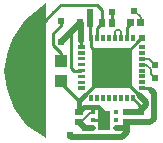
<source format=gtl>
G04 Layer: TopLayer*
G04 EasyEDA v6.5.1, 2022-03-25 19:20:23*
G04 7f390d730af4428a99680024a372d8f3,2a3559ba94084103b258dd4c46581d95,10*
G04 Gerber Generator version 0.2*
G04 Scale: 100 percent, Rotated: No, Reflected: No *
G04 Dimensions in inches *
G04 leading zeros omitted , absolute positions ,3 integer and 6 decimal *
%FSLAX36Y36*%
%MOIN*%

%ADD10C,0.0100*%
%ADD11C,0.0200*%
%ADD12C,0.0060*%
%ADD13C,0.0150*%
%ADD14C,0.0240*%
%ADD15C,0.0244*%
%ADD16R,0.1358X0.1358*%
%ADD17R,0.0118X0.0236*%
%ADD18R,0.0236X0.0118*%
%ADD20R,0.0177X0.0118*%
%ADD21R,0.0236X0.0256*%
%ADD22R,0.0256X0.0236*%
%ADD23R,0.0390X0.0430*%
%ADD24C,0.0800*%

%LPD*%
G36*
X5070000Y-2110000D02*
G01*
X5000000Y-2165000D01*
X4960000Y-2225000D01*
X4945000Y-2270000D01*
X4930000Y-2335000D01*
X4940000Y-2395000D01*
X4965000Y-2460000D01*
X5005000Y-2515000D01*
X5070000Y-2560000D01*
G37*
D10*
X5258301Y-2175000D02*
G01*
X5258301Y-2133301D01*
X5240000Y-2115000D01*
X5120000Y-2115000D01*
X5095000Y-2140000D01*
X5070000Y-2165000D01*
X5070000Y-2165000D02*
G01*
X5010000Y-2225000D01*
X5010000Y-2335000D01*
X5291700Y-2175000D02*
G01*
X5291700Y-2140000D01*
X5120000Y-2368499D02*
G01*
X5120000Y-2375000D01*
X5180000Y-2435000D01*
X5120000Y-2170000D02*
G01*
X5120000Y-2185000D01*
X5095000Y-2210000D01*
X5095000Y-2250000D01*
X5120000Y-2275000D01*
X5120000Y-2301500D01*
D11*
X5186999Y-2175000D02*
G01*
X5185000Y-2175000D01*
X5120000Y-2240000D01*
D10*
X5186999Y-2335000D02*
G01*
X5165000Y-2335000D01*
X5155000Y-2325000D01*
X5155000Y-2203299D01*
X5183299Y-2175000D01*
X5290000Y-2325000D02*
G01*
X5385000Y-2230000D01*
X5221000Y-2221999D02*
G01*
X5221000Y-2255999D01*
X5290000Y-2325000D01*
D12*
X5365000Y-2135000D02*
G01*
X5386700Y-2156700D01*
X5386700Y-2175000D01*
D11*
X5186999Y-2235000D02*
G01*
X5186999Y-2175000D01*
X5183299Y-2175000D01*
D10*
X5186999Y-2255999D02*
G01*
X5186999Y-2235000D01*
D11*
X5216700Y-2175000D02*
G01*
X5216700Y-2140000D01*
D10*
X5241000Y-2221999D02*
G01*
X5241000Y-2192300D01*
X5258299Y-2175000D01*
X5338999Y-2221999D02*
G01*
X5338999Y-2189299D01*
X5353299Y-2175000D01*
X5221000Y-2221999D02*
G01*
X5216700Y-2217700D01*
X5216700Y-2175000D01*
D11*
X5420000Y-2400000D02*
G01*
X5430000Y-2410000D01*
X5430000Y-2495000D01*
X5418299Y-2506700D01*
X5385000Y-2506700D01*
D10*
X5393000Y-2394000D02*
G01*
X5413999Y-2394000D01*
X5420000Y-2400000D01*
D13*
X5200000Y-2525000D02*
G01*
X5181698Y-2506698D01*
X5180000Y-2506698D01*
D11*
X5385000Y-2473299D02*
G01*
X5385000Y-2470000D01*
X5405000Y-2450000D01*
X5405000Y-2440000D01*
X5380000Y-2415000D01*
X5340000Y-2473299D02*
G01*
X5385000Y-2473299D01*
D10*
X5358999Y-2428000D02*
G01*
X5385000Y-2454000D01*
X5385000Y-2473299D01*
X5290000Y-2325000D02*
G01*
X5375000Y-2410000D01*
X5200000Y-2415000D02*
G01*
X5290000Y-2325000D01*
D12*
X5393000Y-2295000D02*
G01*
X5415000Y-2295000D01*
X5435000Y-2315000D01*
X5393000Y-2315000D02*
G01*
X5405000Y-2315000D01*
X5420000Y-2330000D01*
X5420000Y-2345000D01*
X5435000Y-2360000D01*
D11*
X5303959Y-2525979D02*
G01*
X5335006Y-2525979D01*
X5340000Y-2530974D01*
X5226139Y-2525979D02*
G01*
X5199281Y-2525979D01*
X5180000Y-2506698D01*
D10*
X5226040Y-2500005D02*
G01*
X5231035Y-2500010D01*
X5265050Y-2500010D01*
D12*
X5226040Y-2474029D02*
G01*
X5220969Y-2474029D01*
X5188301Y-2506698D01*
X5180000Y-2506698D01*
D13*
X5265050Y-2500010D02*
G01*
X5265050Y-2475050D01*
X5245000Y-2455000D01*
X5198301Y-2455000D01*
X5180000Y-2473301D01*
X5180000Y-2473299D02*
G01*
X5180000Y-2435000D01*
X5200000Y-2415000D01*
D11*
X5340000Y-2506700D02*
G01*
X5385000Y-2506700D01*
X5150000Y-2550000D02*
G01*
X5155000Y-2555000D01*
X5325000Y-2555000D01*
X5340000Y-2540000D01*
X5340000Y-2506700D01*
D12*
X5299840Y-2225000D02*
G01*
X5299840Y-2205160D01*
X5305000Y-2200000D01*
X5315000Y-2200000D01*
X5319530Y-2204529D01*
X5319530Y-2225000D01*
D16*
G01*
X5290000Y-2325000D03*
D17*
G01*
X5221099Y-2225000D03*
G01*
X5240789Y-2225000D03*
G01*
X5260469Y-2225000D03*
G01*
X5280159Y-2225000D03*
G01*
X5299840Y-2225000D03*
G01*
X5319530Y-2225000D03*
G01*
X5339210Y-2225000D03*
G01*
X5358900Y-2225000D03*
D18*
G01*
X5390000Y-2256100D03*
G01*
X5390000Y-2275790D03*
G01*
X5390000Y-2295470D03*
G01*
X5390000Y-2315160D03*
G01*
X5390000Y-2334839D03*
G01*
X5390000Y-2354529D03*
G01*
X5390000Y-2374209D03*
G01*
X5390000Y-2393899D03*
D17*
G01*
X5358890Y-2425000D03*
G01*
X5339210Y-2425000D03*
G01*
X5319520Y-2425000D03*
G01*
X5299840Y-2425000D03*
G01*
X5280150Y-2425000D03*
G01*
X5260469Y-2425000D03*
G01*
X5240780Y-2425000D03*
G01*
X5221099Y-2425000D03*
G36*
X5178190Y-2387988D02*
G01*
X5201809Y-2387988D01*
X5201809Y-2399798D01*
X5178190Y-2399798D01*
G37*
G36*
X5178190Y-2368303D02*
G01*
X5201809Y-2368303D01*
X5201809Y-2380113D01*
X5178190Y-2380113D01*
G37*
G36*
X5178190Y-2348618D02*
G01*
X5201809Y-2348618D01*
X5201809Y-2360428D01*
X5178190Y-2360428D01*
G37*
G36*
X5178190Y-2328933D02*
G01*
X5201809Y-2328933D01*
X5201809Y-2340743D01*
X5178190Y-2340743D01*
G37*
G36*
X5178190Y-2309247D02*
G01*
X5201809Y-2309247D01*
X5201809Y-2321057D01*
X5178190Y-2321057D01*
G37*
G36*
X5178190Y-2289562D02*
G01*
X5201809Y-2289562D01*
X5201809Y-2301372D01*
X5178190Y-2301372D01*
G37*
G36*
X5178190Y-2269877D02*
G01*
X5201809Y-2269877D01*
X5201809Y-2281687D01*
X5178190Y-2281687D01*
G37*
G36*
X5178190Y-2250192D02*
G01*
X5201809Y-2250192D01*
X5201809Y-2262002D01*
X5178190Y-2262002D01*
G37*
G36*
X5245315Y-2468503D02*
G01*
X5284684Y-2468503D01*
X5284684Y-2531496D01*
X5245315Y-2531496D01*
G37*
D20*
G01*
X5303389Y-2474000D03*
G01*
X5303389Y-2500000D03*
G01*
X5303389Y-2525999D03*
G01*
X5226610Y-2525999D03*
G01*
X5226610Y-2500000D03*
G01*
X5226610Y-2474000D03*
D21*
G01*
X5258299Y-2175000D03*
G01*
X5291700Y-2175000D03*
G01*
X5183299Y-2175000D03*
G01*
X5216700Y-2175000D03*
D22*
G01*
X5385000Y-2506700D03*
G01*
X5385000Y-2473299D03*
G36*
X5374889Y-2162210D02*
G01*
X5398509Y-2162210D01*
X5398509Y-2187790D01*
X5374889Y-2187790D01*
G37*
G36*
X5341490Y-2162210D02*
G01*
X5365110Y-2162210D01*
X5365110Y-2187790D01*
X5341490Y-2187790D01*
G37*
D23*
G01*
X5120000Y-2301500D03*
G01*
X5120000Y-2368499D03*
D22*
G01*
X5340000Y-2506700D03*
G01*
X5340000Y-2473299D03*
G01*
X5180000Y-2506700D03*
G01*
X5180000Y-2473299D03*
D14*
G01*
X5291700Y-2140000D03*
G01*
X5120000Y-2240000D03*
G01*
X5150000Y-2550000D03*
G01*
X5390000Y-2225000D03*
G01*
X5120000Y-2170000D03*
G01*
X5365000Y-2135000D03*
G01*
X5216700Y-2140000D03*
D15*
G01*
X5200000Y-2525000D03*
G01*
X5435000Y-2360000D03*
G01*
X5435000Y-2315000D03*
D24*
X5010000Y-2275000D02*
G01*
X5010000Y-2395000D01*
M02*

</source>
